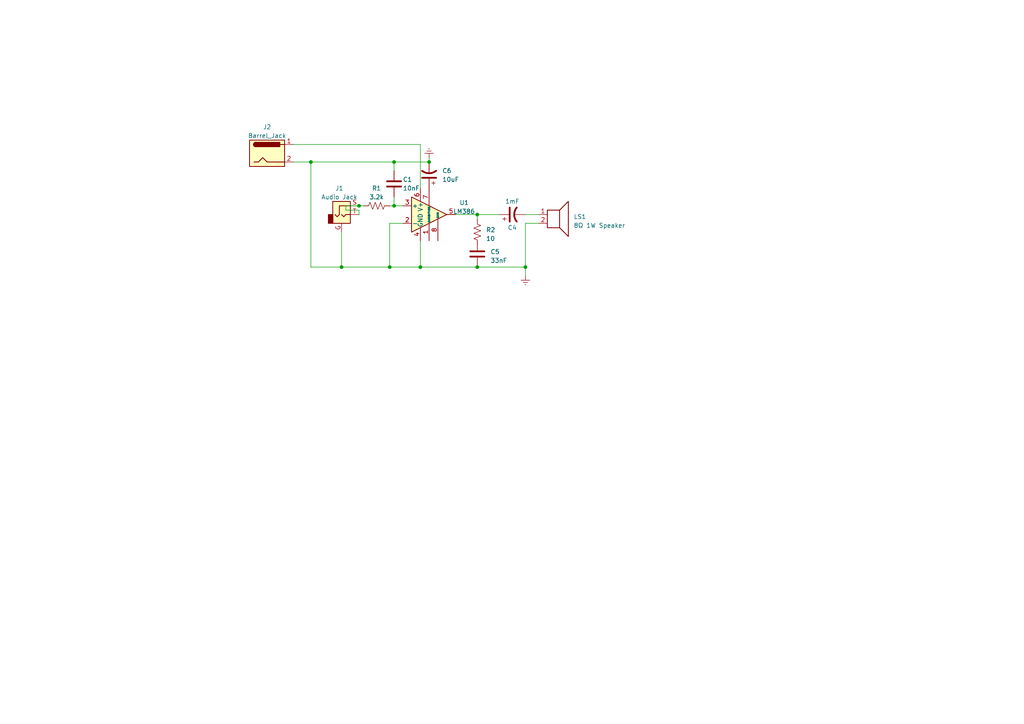
<source format=kicad_sch>
(kicad_sch (version 20230121) (generator eeschema)
  (paper "A4")
  (lib_symbols
    (symbol "Amplifier_Audio:LM386" (pin_names (offset 0.127))
      (property "Reference" "U" (at 1.27 7.62 0))
      (property "Value" "LM386" (at 1.27 5.08 0))
      (symbol "LM386_0_1"
        (polyline (pts (xy 5.08 0) (xy -5.08 5.08) (xy -5.08 -5.08) (xy 5.08 0)) (stroke (width 0.254)) (fill (type background)))
      )
      (symbol "LM386_1_1"
        (pin input line (at 0 -7.62 90) (length 5.08) (name "GAIN") (number "1"))
        (pin input line (at -7.62 -2.54 0) (length 2.54) (name "-") (number "2"))
        (pin input line (at -7.62 2.54 0) (length 2.54) (name "+") (number "3"))
        (pin power_in line (at -2.54 -7.62 90) (length 3.81) (name "GND") (number "4"))
        (pin output line (at 7.62 0 180) (length 2.54) (name "~") (number "5"))
        (pin power_in line (at -2.54 7.62 270) (length 3.81) (name "V+") (number "6"))
        (pin input line (at 0 7.62 270) (length 5.08) (name "BYPASS") (number "7"))
        (pin input line (at 2.54 -7.62 90) (length 6.35) (name "GAIN") (number "8"))
      )
    )
    (symbol "Connector:Barrel_Jack" (pin_names (offset 1.016))
      (property "Reference" "J" (at 0 5.334 0))
      (property "Value" "Barrel_Jack" (at 0 -5.08 0))
      (symbol "Barrel_Jack_0_1"
        (rectangle (start -5.08 3.81) (end 5.08 -3.81) (stroke (width 0.254)) (fill (type background)))
        (arc (start -3.302 3.175) (mid -3.9343 2.54) (end -3.302 1.905) (stroke (width 0.254)))
        (arc (start -3.302 3.175) (mid -3.9343 2.54) (end -3.302 1.905) (stroke (width 0.254)) (fill (type outline)))
        (polyline (pts (xy 5.08 2.54) (xy 3.81 2.54)) (stroke (width 0.254)))
        (polyline (pts (xy -3.81 -2.54) (xy -2.54 -2.54) (xy -1.27 -1.27) (xy 0 -2.54) (xy 2.54 -2.54) (xy 5.08 -2.54)) (stroke (width 0.254)))
        (rectangle (start 3.683 3.175) (end -3.302 1.905) (stroke (width 0.254)) (fill (type outline)))
      )
      (symbol "Barrel_Jack_1_1"
        (pin passive line (at 7.62 2.54 180) (length 2.54) (name "~") (number "1"))
        (pin passive line (at 7.62 -2.54 180) (length 2.54) (name "~") (number "2"))
      )
    )
    (symbol "Connector_Audio:AudioJack2_Ground"
      (property "Reference" "J" (at 0 8.89 0))
      (property "Value" "AudioJack2_Ground" (at 0 6.35 0))
      (symbol "AudioJack2_Ground_0_1"
        (rectangle (start -2.54 -2.54) (end -3.81 0) (stroke (width 0.254)) (fill (type outline)))
        (polyline (pts (xy 0 0) (xy 0.635 -0.635) (xy 1.27 0) (xy 2.54 0)) (stroke (width 0.254)))
        (polyline (pts (xy 2.54 2.54) (xy -0.635 2.54) (xy -0.635 0) (xy -1.27 -0.635) (xy -1.905 0)) (stroke (width 0.254)))
        (rectangle (start 2.54 3.81) (end -2.54 -2.54) (stroke (width 0.254)) (fill (type background)))
      )
      (symbol "AudioJack2_Ground_1_1"
        (pin passive line (at 0 -5.08 90) (length 2.54) (name "~") (number "G"))
        (pin passive line (at 5.08 2.54 180) (length 2.54) (name "~") (number "S"))
        (pin passive line (at 5.08 0 180) (length 2.54) (name "~") (number "T"))
      )
    )
    (symbol "Device:C" (pin_numbers hide) (pin_names (offset 0.254))
      (property "Reference" "C" (at 0.635 2.54 0))
      (property "Value" "C" (at 0.635 -2.54 0))
      (symbol "C_0_1"
        (polyline (pts (xy -2.032 -0.762) (xy 2.032 -0.762)) (stroke (width 0.508)))
        (polyline (pts (xy -2.032 0.762) (xy 2.032 0.762)) (stroke (width 0.508)))
      )
      (symbol "C_1_1"
        (pin passive line (at 0 3.81 270) (length 2.794) (name "~") (number "1"))
        (pin passive line (at 0 -3.81 90) (length 2.794) (name "~") (number "2"))
      )
    )
    (symbol "Device:C_Polarized_US" (pin_numbers hide) (pin_names (offset 0.254) hide)
      (property "Reference" "C" (at 0.635 2.54 0))
      (property "Value" "C_Polarized_US" (at 0.635 -2.54 0))
      (symbol "C_Polarized_US_0_1"
        (polyline (pts (xy -2.032 0.762) (xy 2.032 0.762)) (stroke (width 0.508)))
        (polyline (pts (xy -1.778 2.286) (xy -0.762 2.286)))
        (polyline (pts (xy -1.27 1.778) (xy -1.27 2.794)))
        (arc (start 2.032 -1.27) (mid 0 -0.5572) (end -2.032 -1.27) (stroke (width 0.508)))
      )
      (symbol "C_Polarized_US_1_1"
        (pin passive line (at 0 3.81 270) (length 2.794) (name "~") (number "1"))
        (pin passive line (at 0 -3.81 90) (length 3.302) (name "~") (number "2"))
      )
    )
    (symbol "Device:R_US" (pin_numbers hide) (pin_names (offset 0))
      (property "Reference" "R" (at 2.54 0 90))
      (property "Value" "R_US" (at -2.54 0 90))
      (symbol "R_US_0_1"
        (polyline (pts (xy 0 -2.286) (xy 0 -2.54)))
        (polyline (pts (xy 0 2.286) (xy 0 2.54)))
        (polyline (pts (xy 0 -0.762) (xy 1.016 -1.143) (xy 0 -1.524) (xy -1.016 -1.905) (xy 0 -2.286)))
        (polyline (pts (xy 0 0.762) (xy 1.016 0.381) (xy 0 0) (xy -1.016 -0.381) (xy 0 -0.762)))
        (polyline (pts (xy 0 2.286) (xy 1.016 1.905) (xy 0 1.524) (xy -1.016 1.143) (xy 0 0.762)))
      )
      (symbol "R_US_1_1"
        (pin passive line (at 0 3.81 270) (length 1.27) (name "~") (number "1"))
        (pin passive line (at 0 -3.81 90) (length 1.27) (name "~") (number "2"))
      )
    )
    (symbol "Device:Speaker" (pin_names (offset 0) hide)
      (property "Reference" "LS" (at 1.27 5.715 0))
      (property "Value" "Speaker" (at 1.27 3.81 0))
      (symbol "Speaker_0_0"
        (rectangle (start -2.54 1.27) (end 1.016 -3.81) (stroke (width 0.254)))
        (polyline (pts (xy 1.016 1.27) (xy 3.556 3.81) (xy 3.556 -6.35) (xy 1.016 -3.81)) (stroke (width 0.254)))
      )
      (symbol "Speaker_1_1"
        (pin input line (at -5.08 0 0) (length 2.54) (name "1") (number "1"))
        (pin input line (at -5.08 -2.54 0) (length 2.54) (name "2") (number "2"))
      )
    )
    (symbol "power:Earth" (power) (pin_names (offset 0))
      (symbol "Earth_0_1"
        (polyline (pts (xy -0.635 -1.905) (xy 0.635 -1.905)))
        (polyline (pts (xy -0.127 -2.54) (xy 0.127 -2.54)))
        (polyline (pts (xy 0 -1.27) (xy 0 0)))
        (polyline (pts (xy 1.27 -1.27) (xy -1.27 -1.27)))
      )
      (symbol "Earth_1_1"
        (pin power_in line (at 0 0 270) (length 0) hide (name "Earth") (number "1"))
      )
    )
  )
  (junction (at 152.4 77.47))
  (junction (at 90.17 46.99))
  (junction (at 99.06 77.47))
  (junction (at 121.92 77.47))
  (junction (at 113.03 77.47))
  (junction (at 104.14 59.69))
  (junction (at 124.46 46.99))
  (junction (at 114.3 46.99))
  (junction (at 138.43 62.23))
  (junction (at 138.43 77.47))
  (junction (at 114.3 59.69))
  (wire (pts (xy 104.14 60.96) (xy 100.33 60.96)))
  (wire (pts (xy 100.33 59.69) (xy 104.14 59.69)))
  (wire (pts (xy 113.03 59.69) (xy 114.3 59.69)))
  (wire (pts (xy 90.17 77.47) (xy 99.06 77.47)))
  (wire (pts (xy 85.09 41.91) (xy 121.92 41.91)))
  (wire (pts (xy 138.43 63.5) (xy 138.43 62.23)))
  (wire (pts (xy 114.3 49.53) (xy 114.3 46.99)))
  (wire (pts (xy 138.43 77.47) (xy 152.4 77.47)))
  (wire (pts (xy 121.92 69.85) (xy 121.92 77.47)))
  (wire (pts (xy 132.08 62.23) (xy 138.43 62.23)))
  (wire (pts (xy 152.4 64.77) (xy 156.21 64.77)))
  (wire (pts (xy 113.03 77.47) (xy 121.92 77.47)))
  (wire (pts (xy 121.92 41.91) (xy 121.92 54.61)))
  (wire (pts (xy 113.03 64.77) (xy 113.03 77.47)))
  (wire (pts (xy 152.4 64.77) (xy 152.4 77.47)))
  (wire (pts (xy 124.46 45.72) (xy 124.46 46.99)))
  (wire (pts (xy 99.06 67.31) (xy 99.06 77.47)))
  (wire (pts (xy 100.33 60.96) (xy 100.33 59.69)))
  (wire (pts (xy 138.43 71.12) (xy 138.43 69.85)))
  (wire (pts (xy 152.4 80.01) (xy 152.4 77.47)))
  (wire (pts (xy 105.41 59.69) (xy 104.14 59.69)))
  (wire (pts (xy 116.84 64.77) (xy 113.03 64.77)))
  (wire (pts (xy 90.17 46.99) (xy 90.17 77.47)))
  (wire (pts (xy 104.14 60.96) (xy 104.14 62.23)))
  (wire (pts (xy 90.17 46.99) (xy 114.3 46.99)))
  (wire (pts (xy 85.09 46.99) (xy 90.17 46.99)))
  (wire (pts (xy 99.06 77.47) (xy 113.03 77.47)))
  (wire (pts (xy 114.3 59.69) (xy 116.84 59.69)))
  (wire (pts (xy 152.4 62.23) (xy 156.21 62.23)))
  (wire (pts (xy 138.43 62.23) (xy 144.78 62.23)))
  (wire (pts (xy 114.3 46.99) (xy 124.46 46.99)))
  (wire (pts (xy 114.3 57.15) (xy 114.3 59.69)))
  (wire (pts (xy 121.92 77.47) (xy 138.43 77.47)))
  (symbol (lib_id "Device:C") (at 114.3 53.34 180) (unit 1)
    (property "Reference" "C1" (at 116.84 52.07 0) (effects (justify right)))
    (property "Value" "10nF" (at 116.84 54.61 0) (effects (justify right)))
  )
  (symbol (lib_id "Connector:Barrel_Jack") (at 77.47 44.45 0) (unit 1)
    (property "Reference" "J2" (at 77.47 36.83 0))
    (property "Value" "Barrel_Jack" (at 77.47 39.37 0))
  )
  (symbol (lib_id "Connector_Audio:AudioJack2_Ground") (at 99.06 62.23 0) (unit 1)
    (property "Reference" "J1" (at 98.425 54.61 0))
    (property "Value" "Audio Jack" (at 98.425 57.15 0))
  )
  (symbol (lib_id "Amplifier_Audio:LM386") (at 124.46 62.23 0) (unit 1)
    (property "Reference" "U1" (at 134.62 58.8011 0))
    (property "Value" "LM386" (at 134.62 61.3411 0))
    (property "Datasheet" "http://www.ti.com/lit/ds/symlink/lm386.pdf" (effects hide))
  )
  (symbol (lib_id "Device:C") (at 138.43 73.66 0) (unit 1)
    (property "Reference" "C5" (at 142.24 73.025 0) (effects (justify left)))
    (property "Value" "33nF" (at 142.24 75.565 0) (effects (justify left)))
  )
  (symbol (lib_id "power:Earth") (at 152.4 80.01 0) (unit 1)
    (property "Reference" "#PWR02" (effects hide))
    (property "Value" "Earth" (effects hide))
  )
  (symbol (lib_id "Device:R_US") (at 109.22 59.69 90) (unit 1)
    (property "Reference" "R1" (at 109.22 54.61 90))
    (property "Value" "3.2k" (at 109.22 57.15 90))
  )
  (symbol (lib_id "Device:C_Polarized_US") (at 148.59 62.23 90) (unit 1)
    (property "Reference" "C4" (at 148.59 66.04 90))
    (property "Value" "1mF" (at 148.59 58.42 90))
  )
  (symbol (lib_id "Device:C_Polarized_US") (at 124.46 50.8 180) (unit 1)
    (property "Reference" "C6" (at 128.27 49.53 0) (effects (justify right)))
    (property "Value" "10uF" (at 128.27 52.07 0) (effects (justify right)))
  )
  (symbol (lib_id "Device:Speaker") (at 161.29 62.23 0) (unit 1)
    (property "Reference" "LS1" (at 166.37 62.865 0) (effects (justify left)))
    (property "Value" "8Ω 1W Speaker" (at 166.37 65.405 0) (effects (justify left)))
  )
  (symbol (lib_id "power:Earth") (at 124.46 45.72 180) (unit 1)
    (property "Reference" "#PWR01" (effects hide))
    (property "Value" "Earth" (effects hide))
  )
  (symbol (lib_id "Device:R_US") (at 138.43 67.31 0) (unit 1)
    (property "Reference" "R2" (at 140.97 66.675 0) (effects (justify left)))
    (property "Value" "10" (at 140.97 69.215 0) (effects (justify left)))
  )
)
</source>
